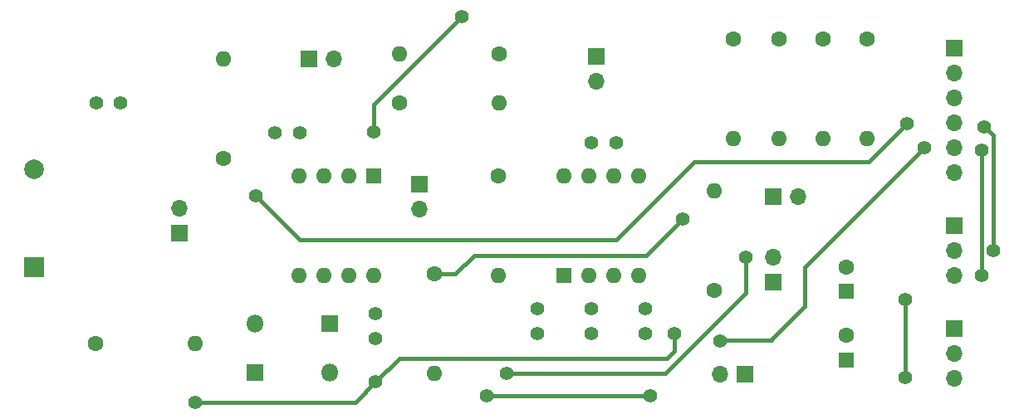
<source format=gbr>
%TF.GenerationSoftware,KiCad,Pcbnew,9.0.0*%
%TF.CreationDate,2025-02-27T14:13:55+01:00*%
%TF.ProjectId,Second,5365636f-6e64-42e6-9b69-6361645f7063,rev?*%
%TF.SameCoordinates,Original*%
%TF.FileFunction,Copper,L1,Top*%
%TF.FilePolarity,Positive*%
%FSLAX46Y46*%
G04 Gerber Fmt 4.6, Leading zero omitted, Abs format (unit mm)*
G04 Created by KiCad (PCBNEW 9.0.0) date 2025-02-27 14:13:55*
%MOMM*%
%LPD*%
G01*
G04 APERTURE LIST*
%TA.AperFunction,ComponentPad*%
%ADD10C,1.600000*%
%TD*%
%TA.AperFunction,ComponentPad*%
%ADD11O,1.600000X1.600000*%
%TD*%
%TA.AperFunction,ComponentPad*%
%ADD12R,1.700000X1.700000*%
%TD*%
%TA.AperFunction,ComponentPad*%
%ADD13O,1.700000X1.700000*%
%TD*%
%TA.AperFunction,ComponentPad*%
%ADD14R,1.600000X1.600000*%
%TD*%
%TA.AperFunction,ComponentPad*%
%ADD15C,1.400000*%
%TD*%
%TA.AperFunction,ComponentPad*%
%ADD16R,2.000000X2.000000*%
%TD*%
%TA.AperFunction,ComponentPad*%
%ADD17C,2.000000*%
%TD*%
%TA.AperFunction,ComponentPad*%
%ADD18R,1.800000X1.800000*%
%TD*%
%TA.AperFunction,ComponentPad*%
%ADD19O,1.800000X1.800000*%
%TD*%
%TA.AperFunction,ViaPad*%
%ADD20C,1.400000*%
%TD*%
%TA.AperFunction,Conductor*%
%ADD21C,0.400000*%
%TD*%
G04 APERTURE END LIST*
D10*
%TO.P,R3,1*%
%TO.N,GND*%
X71500000Y-63660000D03*
D11*
%TO.P,R3,2*%
%TO.N,Net-(J3-Pin_1)*%
X71500000Y-53500000D03*
%TD*%
D12*
%TO.P,J1,1,Pin_1*%
%TO.N,Net-(J1-Pin_1)*%
X67000000Y-71275000D03*
D13*
%TO.P,J1,2,Pin_2*%
%TO.N,Net-(J1-Pin_2)*%
X67000000Y-68735000D03*
%TD*%
D12*
%TO.P,J7,1,Pin_1*%
%TO.N,Net-(J7-Pin_1)*%
X127500000Y-67500000D03*
D13*
%TO.P,J7,2,Pin_2*%
%TO.N,State*%
X130040000Y-67500000D03*
%TD*%
D14*
%TO.P,LM567CN1,1,Output_Filter*%
%TO.N,Net-(LM567CN1-Output_Filter)*%
X106200000Y-75600000D03*
D11*
%TO.P,LM567CN1,2,Loop_Filter*%
%TO.N,Net-(LM567CN1-Loop_Filter)*%
X108740000Y-75600000D03*
%TO.P,LM567CN1,3,Signal*%
%TO.N,Signal*%
X111280000Y-75600000D03*
%TO.P,LM567CN1,4,V+*%
%TO.N,+5V*%
X113820000Y-75600000D03*
%TO.P,LM567CN1,5,Timing_Resistor*%
%TO.N,Net-(LM567CN1-Timing_Resistor)*%
X113820000Y-65440000D03*
%TO.P,LM567CN1,6,Timing_Capacitor*%
%TO.N,Net-(LM567CN1-Timing_Capacitor)*%
X111280000Y-65440000D03*
%TO.P,LM567CN1,7,GND*%
%TO.N,GND*%
X108740000Y-65440000D03*
%TO.P,LM567CN1,8,Output*%
%TO.N,Net-(J5-Pin_2)*%
X106200000Y-65440000D03*
%TD*%
D12*
%TO.P,J6,1,Pin_1*%
%TO.N,Net-(J6-Pin_1)*%
X127500000Y-76275000D03*
D13*
%TO.P,J6,2,Pin_2*%
%TO.N,State*%
X127500000Y-73735000D03*
%TD*%
D12*
%TO.P,J3,1,Pin_1*%
%TO.N,Net-(J3-Pin_1)*%
X80225000Y-53500000D03*
D13*
%TO.P,J3,2,Pin_2*%
%TO.N,Net-(J2-Pin_2)*%
X82765000Y-53500000D03*
%TD*%
D12*
%TO.P,J2,1,Pin_1*%
%TO.N,Net-(D1-A)*%
X109500000Y-53225000D03*
D13*
%TO.P,J2,2,Pin_2*%
%TO.N,Net-(J2-Pin_2)*%
X109500000Y-55765000D03*
%TD*%
D12*
%TO.P,J8,1,Pin_1*%
%TO.N,GND*%
X146000000Y-70460000D03*
D13*
%TO.P,J8,2,Pin_2*%
%TO.N,+5V*%
X146000000Y-73000000D03*
%TO.P,J8,3,Pin_3*%
%TO.N,-5V*%
X146000000Y-75540000D03*
%TD*%
D12*
%TO.P,J4,1,Pin_1*%
%TO.N,Net-(D1-A)*%
X124675000Y-85650000D03*
D13*
%TO.P,J4,2,Pin_2*%
%TO.N,Signal*%
X122135000Y-85650000D03*
%TD*%
D15*
%TO.P,C6,1*%
%TO.N,+5V*%
X87000000Y-79500000D03*
%TO.P,C6,2*%
%TO.N,GND*%
X87000000Y-82000000D03*
%TD*%
D14*
%TO.P,U1,1*%
%TO.N,Net-(D1-A)*%
X86800000Y-65400000D03*
D11*
%TO.P,U1,2,-*%
%TO.N,Net-(J2-Pin_2)*%
X84260000Y-65400000D03*
%TO.P,U1,3,+*%
%TO.N,Net-(U1A-+)*%
X81720000Y-65400000D03*
%TO.P,U1,4,V-*%
%TO.N,-5V*%
X79180000Y-65400000D03*
%TO.P,U1,5,+*%
%TO.N,Net-(J5-Pin_2)*%
X79180000Y-75560000D03*
%TO.P,U1,6,-*%
%TO.N,Net-(J6-Pin_1)*%
X81720000Y-75560000D03*
%TO.P,U1,7*%
X84260000Y-75560000D03*
%TO.P,U1,8,V+*%
%TO.N,+5V*%
X86800000Y-75560000D03*
%TD*%
D10*
%TO.P,R5,1*%
%TO.N,Net-(J5-Pin_1)*%
X89420000Y-58000000D03*
D11*
%TO.P,R5,2*%
%TO.N,GND*%
X99580000Y-58000000D03*
%TD*%
D16*
%TO.P,MK1,1,-*%
%TO.N,Net-(J1-Pin_1)*%
X52200000Y-74700000D03*
D17*
%TO.P,MK1,2,+*%
%TO.N,Net-(J1-Pin_2)*%
X52200000Y-64700000D03*
%TD*%
D10*
%TO.P,R13,1*%
%TO.N,Net-(LM567CN1-Timing_Capacitor)*%
X128100000Y-51420000D03*
D11*
%TO.P,R13,2*%
%TO.N,Net-(LM567CN1-Timing_Resistor)*%
X128100000Y-61580000D03*
%TD*%
D12*
%TO.P,J10,1,Pin_1*%
%TO.N,GND*%
X146000000Y-52380000D03*
D13*
%TO.P,J10,2,Pin_2*%
X146000000Y-54920000D03*
%TO.P,J10,3,Pin_3*%
%TO.N,+5V*%
X146000000Y-57460000D03*
%TO.P,J10,4,Pin_4*%
%TO.N,-5V*%
X146000000Y-60000000D03*
%TO.P,J10,5,Pin_5*%
%TO.N,Signal*%
X146000000Y-62540000D03*
%TO.P,J10,6,Pin_6*%
%TO.N,State*%
X146000000Y-65080000D03*
%TD*%
D10*
%TO.P,R12,1*%
%TO.N,Net-(LM567CN1-Timing_Capacitor)*%
X132600000Y-51420000D03*
D11*
%TO.P,R12,2*%
%TO.N,Net-(LM567CN1-Timing_Resistor)*%
X132600000Y-61580000D03*
%TD*%
D15*
%TO.P,C1,1*%
%TO.N,Net-(LM567CN1-Timing_Capacitor)*%
X111500000Y-62000000D03*
%TO.P,C1,2*%
%TO.N,GND*%
X109000000Y-62000000D03*
%TD*%
D10*
%TO.P,R2,1*%
%TO.N,Net-(D1-A)*%
X99580000Y-53000000D03*
D11*
%TO.P,R2,2*%
%TO.N,Net-(J2-Pin_2)*%
X89420000Y-53000000D03*
%TD*%
D12*
%TO.P,J9,1,Pin_1*%
%TO.N,GND*%
X146000000Y-80960000D03*
D13*
%TO.P,J9,2,Pin_2*%
%TO.N,+5V*%
X146000000Y-83500000D03*
%TO.P,J9,3,Pin_3*%
%TO.N,-5V*%
X146000000Y-86040000D03*
%TD*%
D10*
%TO.P,R11,1*%
%TO.N,Net-(LM567CN1-Timing_Capacitor)*%
X137100000Y-51420000D03*
D11*
%TO.P,R11,2*%
%TO.N,Net-(LM567CN1-Timing_Resistor)*%
X137100000Y-61580000D03*
%TD*%
D14*
%TO.P,C9,1*%
%TO.N,GND*%
X135000000Y-77205113D03*
D10*
%TO.P,C9,2*%
%TO.N,-5V*%
X135000000Y-74705113D03*
%TD*%
D14*
%TO.P,C8,1*%
%TO.N,+5V*%
X135000000Y-84205113D03*
D10*
%TO.P,C8,2*%
%TO.N,GND*%
X135000000Y-81705113D03*
%TD*%
%TO.P,R14,1*%
%TO.N,Net-(LM567CN1-Timing_Capacitor)*%
X123500000Y-51420000D03*
D11*
%TO.P,R14,2*%
%TO.N,Net-(LM567CN1-Timing_Resistor)*%
X123500000Y-61580000D03*
%TD*%
D10*
%TO.P,R6,1*%
%TO.N,Net-(J6-Pin_1)*%
X93000000Y-75420000D03*
D11*
%TO.P,R6,2*%
%TO.N,State*%
X93000000Y-85580000D03*
%TD*%
D15*
%TO.P,C7,1*%
%TO.N,-5V*%
X79250000Y-61000000D03*
%TO.P,C7,2*%
%TO.N,GND*%
X76750000Y-61000000D03*
%TD*%
%TO.P,C2,1*%
%TO.N,GND*%
X109000000Y-81500000D03*
%TO.P,C2,2*%
%TO.N,Net-(LM567CN1-Loop_Filter)*%
X109000000Y-79000000D03*
%TD*%
%TO.P,C5,1*%
%TO.N,Net-(J1-Pin_2)*%
X58500000Y-58000000D03*
%TO.P,C5,2*%
%TO.N,Net-(U1A-+)*%
X61000000Y-58000000D03*
%TD*%
D10*
%TO.P,R4,1*%
%TO.N,Net-(J5-Pin_2)*%
X99500000Y-65420000D03*
D11*
%TO.P,R4,2*%
%TO.N,+5V*%
X99500000Y-75580000D03*
%TD*%
D15*
%TO.P,C4,1*%
%TO.N,GND*%
X114500000Y-81500000D03*
%TO.P,C4,2*%
%TO.N,+5V*%
X114500000Y-79000000D03*
%TD*%
D10*
%TO.P,R1,1*%
%TO.N,Net-(J1-Pin_1)*%
X58420000Y-82500000D03*
D11*
%TO.P,R1,2*%
%TO.N,GND*%
X68580000Y-82500000D03*
%TD*%
D12*
%TO.P,J5,1,Pin_1*%
%TO.N,Net-(J5-Pin_1)*%
X91500000Y-66225000D03*
D13*
%TO.P,J5,2,Pin_2*%
%TO.N,Net-(J5-Pin_2)*%
X91500000Y-68765000D03*
%TD*%
D10*
%TO.P,R7,1*%
%TO.N,GND*%
X121500000Y-77080000D03*
D11*
%TO.P,R7,2*%
%TO.N,Net-(J7-Pin_1)*%
X121500000Y-66920000D03*
%TD*%
D18*
%TO.P,D2,1,K*%
%TO.N,Net-(D1-A)*%
X82310000Y-80500000D03*
D19*
%TO.P,D2,2,A*%
%TO.N,Signal*%
X74690000Y-80500000D03*
%TD*%
D18*
%TO.P,D1,1,K*%
%TO.N,Signal*%
X74690000Y-85500000D03*
D19*
%TO.P,D1,2,A*%
%TO.N,Net-(D1-A)*%
X82310000Y-85500000D03*
%TD*%
D15*
%TO.P,C3,1*%
%TO.N,GND*%
X103500000Y-81500000D03*
%TO.P,C3,2*%
%TO.N,Net-(LM567CN1-Output_Filter)*%
X103500000Y-79000000D03*
%TD*%
D20*
%TO.N,GND*%
X117450000Y-81500000D03*
X68650000Y-88500000D03*
X87000000Y-86450000D03*
%TO.N,+5V*%
X149950000Y-73000000D03*
X149050000Y-60400000D03*
%TO.N,-5V*%
X148800000Y-75550000D03*
X141150000Y-60100000D03*
X74750000Y-67450000D03*
X141000000Y-86000000D03*
X148825000Y-62825000D03*
X141000000Y-78000000D03*
%TO.N,Net-(D1-A)*%
X95800000Y-49150000D03*
X115000000Y-87850000D03*
X86800000Y-60900000D03*
X98350000Y-87850000D03*
%TO.N,Signal*%
X142960000Y-62540000D03*
X122150000Y-82250000D03*
%TO.N,State*%
X124750000Y-73750000D03*
X100400000Y-85550000D03*
%TO.N,Net-(J6-Pin_1)*%
X118275000Y-69775000D03*
%TD*%
D21*
%TO.N,GND*%
X89450000Y-84000000D02*
X87000000Y-86450000D01*
X117450000Y-81500000D02*
X117450000Y-83250000D01*
X116700000Y-84000000D02*
X89450000Y-84000000D01*
X117450000Y-83250000D02*
X116700000Y-84000000D01*
X84950000Y-88500000D02*
X87000000Y-86450000D01*
X68650000Y-88500000D02*
X84950000Y-88500000D01*
%TO.N,+5V*%
X149050000Y-60400000D02*
X149950000Y-61300000D01*
X149950000Y-61300000D02*
X149950000Y-73000000D01*
%TO.N,-5V*%
X74750000Y-67450000D02*
X79250000Y-71950000D01*
X79250000Y-71950000D02*
X81900000Y-71950000D01*
X148825000Y-62825000D02*
X148800000Y-62850000D01*
X141000000Y-86000000D02*
X141000000Y-78000000D01*
X111550000Y-71950000D02*
X119500000Y-64000000D01*
X119500000Y-64000000D02*
X137250000Y-64000000D01*
X148800000Y-62850000D02*
X148800000Y-75550000D01*
X81900000Y-71950000D02*
X111550000Y-71950000D01*
X137250000Y-64000000D02*
X141150000Y-60100000D01*
%TO.N,Net-(D1-A)*%
X86800000Y-60900000D02*
X86800000Y-58150000D01*
X98350000Y-87850000D02*
X115000000Y-87850000D01*
X86800000Y-58150000D02*
X95800000Y-49150000D01*
%TO.N,Signal*%
X130750000Y-74750000D02*
X130750000Y-78700000D01*
X122200000Y-82200000D02*
X122150000Y-82250000D01*
X127350000Y-82200000D02*
X122200000Y-82200000D01*
X127350000Y-82100000D02*
X127350000Y-82200000D01*
X142960000Y-62540000D02*
X130750000Y-74750000D01*
X130750000Y-78700000D02*
X127350000Y-82100000D01*
%TO.N,State*%
X124750000Y-73750000D02*
X124750000Y-77350000D01*
X124750000Y-77350000D02*
X116550000Y-85550000D01*
X116550000Y-85550000D02*
X100400000Y-85550000D01*
%TO.N,Net-(J6-Pin_1)*%
X114550000Y-73500000D02*
X97050000Y-73500000D01*
X95130000Y-75420000D02*
X93000000Y-75420000D01*
X97050000Y-73500000D02*
X95130000Y-75420000D01*
X118275000Y-69775000D02*
X114550000Y-73500000D01*
%TD*%
M02*

</source>
